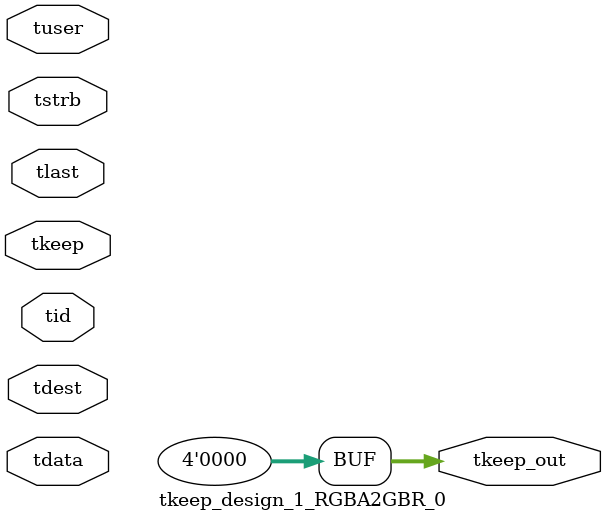
<source format=v>


`timescale 1ps/1ps

module tkeep_design_1_RGBA2GBR_0 #
(
parameter C_S_AXIS_TDATA_WIDTH = 32,
parameter C_S_AXIS_TUSER_WIDTH = 0,
parameter C_S_AXIS_TID_WIDTH   = 0,
parameter C_S_AXIS_TDEST_WIDTH = 0,
parameter C_M_AXIS_TDATA_WIDTH = 32
)
(
input  [(C_S_AXIS_TDATA_WIDTH == 0 ? 1 : C_S_AXIS_TDATA_WIDTH)-1:0     ] tdata,
input  [(C_S_AXIS_TUSER_WIDTH == 0 ? 1 : C_S_AXIS_TUSER_WIDTH)-1:0     ] tuser,
input  [(C_S_AXIS_TID_WIDTH   == 0 ? 1 : C_S_AXIS_TID_WIDTH)-1:0       ] tid,
input  [(C_S_AXIS_TDEST_WIDTH == 0 ? 1 : C_S_AXIS_TDEST_WIDTH)-1:0     ] tdest,
input  [(C_S_AXIS_TDATA_WIDTH/8)-1:0 ] tkeep,
input  [(C_S_AXIS_TDATA_WIDTH/8)-1:0 ] tstrb,
input                                                                    tlast,
output [(C_M_AXIS_TDATA_WIDTH/8)-1:0 ] tkeep_out
);

assign tkeep_out = {1'b0};

endmodule


</source>
